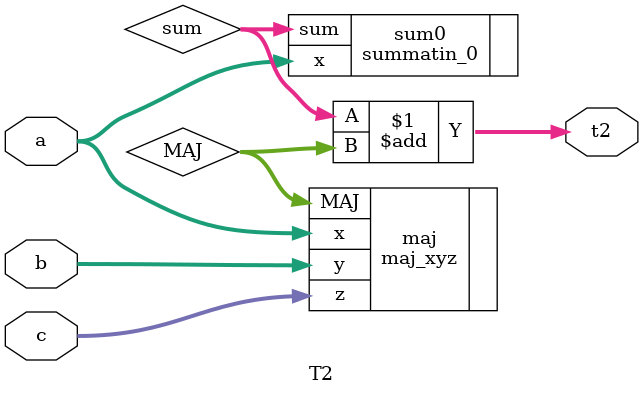
<source format=v>
`default_nettype none
module T2
		(	
			a,
			b,
			c,
			t2		
		);

input	[31:0]			a;
input	[31:0]			b;
input	[31:0]			c;
output	[31:0]			t2;

wire		[31:0]			sum;
wire		[31:0]			MAJ;

maj_xyz maj
		(
		    .x			(a), 
		    .y			(b), 
		    .z			(c), 
		    .MAJ		(MAJ)
		);

summatin_0 sum0
		(
		    .x			(a), 
		    .sum		(sum)
        	);

assign	t2 = sum + MAJ;

endmodule

</source>
